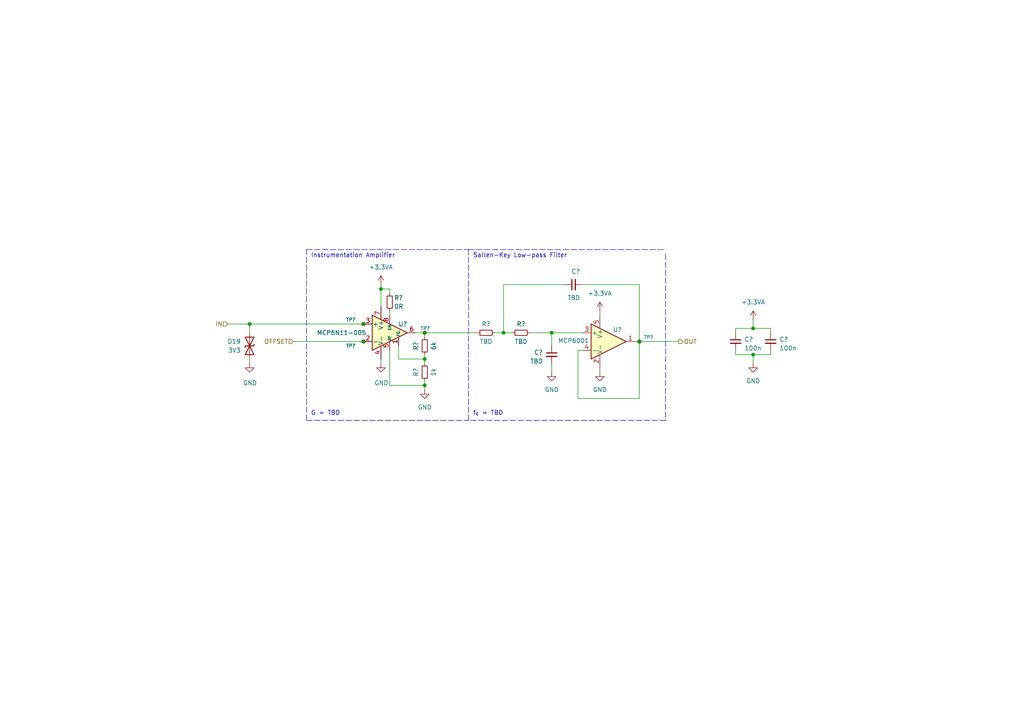
<source format=kicad_sch>
(kicad_sch (version 20230121) (generator eeschema)
  (paper "A4")
  (title_block (date "2023-07-01") (rev "${REVISION}") (company "Author: I. Kajdan") (comment 1 "Reviewer:"))
  (lib_symbols
    (symbol "Amplifier_Operational:MCP6001-OT" (pin_names (offset 0.127))
      (property "Reference" "U" (at -1.27 6.35 0))
      (property "Value" "MCP6001-OT" (at -1.27 3.81 0))
      (symbol "MCP6001-OT_0_1"
        (polyline (pts (xy -5.08 5.08) (xy 5.08 0) (xy -5.08 -5.08) (xy -5.08 5.08)) (stroke (width 0.254)) (fill (type background)))
        (pin power_in line (at -2.54 -7.62 90) (length 3.81) (name "V-") (number "2"))
        (pin power_in line (at -2.54 7.62 270) (length 3.81) (name "V+") (number "5"))
      )
      (symbol "MCP6001-OT_1_1"
        (pin output line (at 7.62 0 180) (length 2.54) (name "~") (number "1"))
        (pin input line (at -7.62 2.54 0) (length 2.54) (name "+") (number "3"))
        (pin input line (at -7.62 -2.54 0) (length 2.54) (name "-") (number "4"))
      )
    )
    (symbol "Connector:TestPoint_Small" (pin_numbers hide) (pin_names (offset 0.762) hide)
      (property "Reference" "TP" (at 0 3.81 0))
      (property "Value" "TestPoint_Small" (at 0 2.032 0))
      (symbol "TestPoint_Small_0_1"
        (circle (center 0 0) (radius 0.508))
      )
      (symbol "TestPoint_Small_1_1"
        (pin passive line (at 0 0 90) (length 0) (name "1") (number "1"))
      )
    )
    (symbol "Device:C_Small" (pin_numbers hide) (pin_names (offset 0.254) hide)
      (property "Reference" "C" (at 0.254 1.778 0))
      (property "Value" "C_Small" (at 0.254 -2.032 0))
      (symbol "C_Small_0_1"
        (polyline (pts (xy -1.524 -0.508) (xy 1.524 -0.508)) (stroke (width 0.3302)))
        (polyline (pts (xy -1.524 0.508) (xy 1.524 0.508)) (stroke (width 0.3048)))
      )
      (symbol "C_Small_1_1"
        (pin passive line (at 0 2.54 270) (length 2.032) (name "~") (number "1"))
        (pin passive line (at 0 -2.54 90) (length 2.032) (name "~") (number "2"))
      )
    )
    (symbol "Device:D_TVS" (pin_numbers hide) (pin_names (offset 1.016) hide)
      (property "Reference" "D" (at 0 2.54 0))
      (property "Value" "D_TVS" (at 0 -2.54 0))
      (symbol "D_TVS_0_1"
        (polyline (pts (xy 1.27 0) (xy -1.27 0)))
        (polyline (pts (xy 0.508 1.27) (xy 0 1.27) (xy 0 -1.27) (xy -0.508 -1.27)) (stroke (width 0.254)))
        (polyline (pts (xy -2.54 1.27) (xy -2.54 -1.27) (xy 2.54 1.27) (xy 2.54 -1.27) (xy -2.54 1.27)) (stroke (width 0.254)))
      )
      (symbol "D_TVS_1_1"
        (pin passive line (at -3.81 0 0) (length 2.54) (name "A1") (number "1"))
        (pin passive line (at 3.81 0 180) (length 2.54) (name "A2") (number "2"))
      )
    )
    (symbol "Device:R_Small" (pin_numbers hide) (pin_names (offset 0.254) hide)
      (property "Reference" "R" (at 0.762 0.508 0))
      (property "Value" "R_Small" (at 0.762 -1.016 0))
      (symbol "R_Small_0_1"
        (rectangle (start -0.762 1.778) (end 0.762 -1.778) (stroke (width 0.2032)))
      )
      (symbol "R_Small_1_1"
        (pin passive line (at 0 2.54 270) (length 0.762) (name "~") (number "1"))
        (pin passive line (at 0 -2.54 90) (length 0.762) (name "~") (number "2"))
      )
    )
    (symbol "MCP6N11:MCP6N11" (pin_names (offset 0.127))
      (property "Reference" "U" (at 3.81 6.35 0))
      (property "Value" "MCP6N11-xE" (at 3.81 3.81 0))
      (symbol "MCP6N11_0_1"
        (polyline (pts (xy -5.08 5.08) (xy 5.08 0) (xy -5.08 -5.08) (xy -5.08 5.08)) (stroke (width 0.254)) (fill (type background)))
      )
      (symbol "MCP6N11_1_1"
        (pin passive line (at 2.54 -3.81 90) (length 2.54) (name "FG") (number "1"))
        (pin input line (at -7.62 -2.54 0) (length 2.54) (name "-") (number "2"))
        (pin input line (at -7.62 2.54 0) (length 2.54) (name "+") (number "3"))
        (pin power_in line (at -2.54 -7.62 90) (length 3.81) (name "V-") (number "4"))
        (pin passive line (at 0 -5.08 90) (length 2.54) (name "RF") (number "5"))
        (pin output line (at 7.62 0 180) (length 2.54) (name "~") (number "6"))
        (pin power_in line (at -2.54 7.62 270) (length 3.81) (name "V+") (number "7"))
        (pin input line (at 0 5.08 270) (length 2.54) (name "EN") (number "8"))
        (pin passive line (at -2.54 -7.62 90) (length 3.81) hide (name "EP") (number "9"))
      )
    )
    (symbol "power:+3.3VA" (power) (pin_names (offset 0))
      (property "Value" "+3.3VA" (at 0 3.556 0))
      (symbol "+3.3VA_0_1"
        (polyline (pts (xy -0.762 1.27) (xy 0 2.54)))
        (polyline (pts (xy 0 0) (xy 0 2.54)))
        (polyline (pts (xy 0 2.54) (xy 0.762 1.27)))
      )
      (symbol "+3.3VA_1_1"
        (pin power_in line (at 0 0 90) (length 0) hide (name "+3.3VA") (number "1"))
      )
    )
    (symbol "power:GND" (power) (pin_names (offset 0))
      (property "Value" "GND" (at 0 -3.81 0))
      (symbol "GND_0_1"
        (polyline (pts (xy 0 0) (xy 0 -1.27) (xy 1.27 -1.27) (xy 0 -2.54) (xy -1.27 -1.27) (xy 0 -1.27)))
      )
      (symbol "GND_1_1"
        (pin power_in line (at 0 0 270) (length 0) hide (name "GND") (number "1"))
      )
    )
  )
  (junction (at 123.19 104.14))
  (junction (at 72.39 93.98))
  (junction (at 105.41 99.06))
  (junction (at 105.41 93.98))
  (junction (at 123.19 111.76))
  (junction (at 185.42 99.06))
  (junction (at 218.44 95.25))
  (junction (at 146.05 96.52))
  (junction (at 123.19 96.52))
  (junction (at 218.44 102.87))
  (junction (at 110.49 83.82))
  (junction (at 160.02 96.52))
  (wire (pts (xy 72.39 96.52) (xy 72.39 93.98)))
  (wire (pts (xy 173.99 107.95) (xy 173.99 106.68)))
  (polyline (pts (xy 135.89 121.92) (xy 135.89 72.39)) (stroke (width 0) (type dash)))
  (wire (pts (xy 185.42 99.06) (xy 196.85 99.06)))
  (wire (pts (xy 115.57 100.33) (xy 115.57 104.14)))
  (wire (pts (xy 167.64 115.57) (xy 185.42 115.57)))
  (wire (pts (xy 223.52 95.25) (xy 218.44 95.25)))
  (wire (pts (xy 185.42 115.57) (xy 185.42 99.06)))
  (wire (pts (xy 160.02 105.41) (xy 160.02 107.95)))
  (wire (pts (xy 146.05 82.55) (xy 146.05 96.52)))
  (wire (pts (xy 173.99 90.17) (xy 173.99 91.44)))
  (wire (pts (xy 218.44 95.25) (xy 218.44 92.71)))
  (wire (pts (xy 218.44 105.41) (xy 218.44 102.87)))
  (wire (pts (xy 123.19 96.52) (xy 138.43 96.52)))
  (wire (pts (xy 123.19 104.14) (xy 123.19 105.41)))
  (wire (pts (xy 213.36 95.25) (xy 218.44 95.25)))
  (wire (pts (xy 85.09 99.06) (xy 105.41 99.06)))
  (wire (pts (xy 72.39 93.98) (xy 105.41 93.98)))
  (wire (pts (xy 123.19 111.76) (xy 123.19 113.03)))
  (wire (pts (xy 213.36 95.25) (xy 213.36 96.52)))
  (wire (pts (xy 223.52 96.52) (xy 223.52 95.25)))
  (wire (pts (xy 110.49 83.82) (xy 110.49 88.9)))
  (wire (pts (xy 113.03 111.76) (xy 123.19 111.76)))
  (wire (pts (xy 120.65 96.52) (xy 123.19 96.52)))
  (wire (pts (xy 213.36 101.6) (xy 213.36 102.87)))
  (wire (pts (xy 143.51 96.52) (xy 146.05 96.52)))
  (wire (pts (xy 110.49 82.55) (xy 110.49 83.82)))
  (polyline (pts (xy 135.89 72.39) (xy 193.04 72.39)) (stroke (width 0) (type dash)))
  (polyline (pts (xy 193.04 121.92) (xy 135.89 121.92)) (stroke (width 0) (type dash)))
  (wire (pts (xy 223.52 101.6) (xy 223.52 102.87)))
  (polyline (pts (xy 88.9 121.92) (xy 135.89 121.92)) (stroke (width 0) (type dash)))
  (wire (pts (xy 153.67 96.52) (xy 160.02 96.52)))
  (wire (pts (xy 160.02 96.52) (xy 168.91 96.52)))
  (wire (pts (xy 115.57 104.14) (xy 123.19 104.14)))
  (wire (pts (xy 223.52 102.87) (xy 218.44 102.87)))
  (wire (pts (xy 66.04 93.98) (xy 72.39 93.98)))
  (wire (pts (xy 113.03 101.6) (xy 113.03 111.76)))
  (wire (pts (xy 168.91 101.6) (xy 167.64 101.6)))
  (wire (pts (xy 72.39 105.41) (xy 72.39 104.14)))
  (wire (pts (xy 110.49 83.82) (xy 113.03 83.82)))
  (wire (pts (xy 168.91 82.55) (xy 185.42 82.55)))
  (wire (pts (xy 146.05 82.55) (xy 163.83 82.55)))
  (polyline (pts (xy 88.9 72.39) (xy 135.89 72.39)) (stroke (width 0) (type dash)))
  (wire (pts (xy 123.19 110.49) (xy 123.19 111.76)))
  (polyline (pts (xy 88.9 121.92) (xy 88.9 72.39)) (stroke (width 0) (type dash)))
  (wire (pts (xy 146.05 96.52) (xy 148.59 96.52)))
  (wire (pts (xy 123.19 102.87) (xy 123.19 104.14)))
  (wire (pts (xy 185.42 99.06) (xy 184.15 99.06)))
  (wire (pts (xy 113.03 83.82) (xy 113.03 85.09)))
  (wire (pts (xy 123.19 96.52) (xy 123.19 97.79)))
  (wire (pts (xy 110.49 105.41) (xy 110.49 104.14)))
  (polyline (pts (xy 193.04 73.66) (xy 193.04 121.92)) (stroke (width 0) (type dash)))
  (wire (pts (xy 185.42 82.55) (xy 185.42 99.06)))
  (wire (pts (xy 113.03 90.17) (xy 113.03 91.44)))
  (wire (pts (xy 167.64 101.6) (xy 167.64 115.57)))
  (wire (pts (xy 160.02 96.52) (xy 160.02 100.33)))
  (wire (pts (xy 213.36 102.87) (xy 218.44 102.87)))
  (text "Sallen-Key Low-pass Filter" (at 137.16 74.93 0) (effects (font (size 1.27 1.27)) (justify left bottom)))
  (text "G = TBD" (at 90.17 120.65 0) (effects (font (size 1.27 1.27)) (justify left bottom)))
  (text "f_{c} = TBD" (at 137.16 120.65 0) (effects (font (size 1.27 1.27)) (justify left bottom)))
  (text "Instrumentation Amplifier" (at 90.17 74.93 0) (effects (font (size 1.27 1.27)) (justify left bottom)))
  (hierarchical_label "OFFSET" (shape input) (at 85.09 99.06 180))
  (hierarchical_label "OUT" (shape output) (at 196.85 99.06 0))
  (hierarchical_label "IN" (shape input) (at 66.04 93.98 180))
  (symbol (lib_id "Device:R_Small") (at 123.19 100.33 180) (unit 1)
    (property "Reference" "R?" (at 120.65 100.33 90))
    (property "Value" "6k" (at 125.73 100.33 90))
    (property "Footprint" "Resistor_SMD:R_0603_1608Metric" (effects hide))
    (instances (project "rearbox" (path "" (reference "R?") (unit 1)) (path "" (reference "R?") (unit 1)) (path "" (reference "R153") (unit 1)) (path "" (reference "R158") (unit 1)) (path "" (reference "R163") (unit 1)) (path "" (reference "R168") (unit 1))) (project "apps" (path "" (reference "R?") (unit 1))))
  )
  (symbol (lib_id "Connector:TestPoint_Small") (at 105.41 93.98 0) (unit 1)
    (property "Reference" "TP?" (at 100.33 92.71 0) (effects (font (size 1 1)) (justify left)))
    (property "Value" "TestPoint_Small" (effects hide))
    (property "Footprint" "TestPoint:TestPoint_Pad_D1.0mm" (effects hide))
    (instances (project "rearbox" (path "" (reference "TP?") (unit 1)) (path "" (reference "TP3") (unit 1)) (path "" (reference "TP1") (unit 1)) (path "" (reference "TP90") (unit 1)) (path "" (reference "TP94") (unit 1)) (path "" (reference "TP98") (unit 1)) (path "" (reference "TP102") (unit 1))))
  )
  (symbol (lib_id "power:+3.3VA") (at 110.49 82.55 0) (unit 1)
    (property "Reference" "#PWR?" (effects hide))
    (property "Value" "+3.3VA" (at 110.49 77.47 0))
    (instances (project "rearbox" (path "" (reference "#PWR?") (unit 1)) (path "" (reference "#PWR?") (unit 1)) (path "" (reference "#PWR?") (unit 1)) (path "" (reference "#PWR0191") (unit 1)) (path "" (reference "#PWR0200") (unit 1)) (path "" (reference "#PWR0209") (unit 1)) (path "" (reference "#PWR0218") (unit 1))))
  )
  (symbol (lib_id "Device:C_Small") (at 166.37 82.55 90) (unit 1)
    (property "Reference" "C?" (at 168.2813 78.74 90) (effects (justify left)))
    (property "Value" "TBD" (at 168.2813 86.36 90) (effects (justify left)))
    (property "Footprint" "Capacitor_SMD:C_0603_1608Metric" (effects hide))
    (instances (project "rearbox" (path "" (reference "C?") (unit 1)) (path "" (reference "C?") (unit 1)) (path "" (reference "C60") (unit 1)) (path "" (reference "C64") (unit 1)) (path "" (reference "C68") (unit 1)) (path "" (reference "C72") (unit 1))) (project "apps" (path "" (reference "C?") (unit 1))))
  )
  (symbol (lib_id "power:GND") (at 218.44 105.41 0) (unit 1)
    (property "Reference" "#PWR?" (effects hide))
    (property "Value" "GND" (at 218.44 110.49 0))
    (instances (project "rearbox" (path "" (reference "#PWR?") (unit 1)) (path "" (reference "#PWR?") (unit 1)) (path "" (reference "#PWR0198") (unit 1)) (path "" (reference "#PWR0207") (unit 1)) (path "" (reference "#PWR0216") (unit 1)) (path "" (reference "#PWR0225") (unit 1))) (project "apps" (path "" (reference "#PWR?") (unit 1))))
  )
  (symbol (lib_id "Device:C_Small") (at 213.36 99.06 0) (unit 1)
    (property "Reference" "C?" (at 215.9 98.4313 0) (effects (justify left)))
    (property "Value" "100n" (at 215.9 100.9713 0) (effects (justify left)))
    (property "Footprint" "Capacitor_SMD:C_0603_1608Metric" (effects hide))
    (instances (project "rearbox" (path "" (reference "C?") (unit 1)) (path "" (reference "C?") (unit 1)) (path "" (reference "C61") (unit 1)) (path "" (reference "C65") (unit 1)) (path "" (reference "C69") (unit 1)) (path "" (reference "C73") (unit 1))) (project "apps" (path "" (reference "C?") (unit 1))))
  )
  (symbol (lib_id "power:+3.3VA") (at 218.44 92.71 0) (unit 1)
    (property "Reference" "#PWR?" (effects hide))
    (property "Value" "+3.3VA" (at 218.44 87.63 0))
    (instances (project "rearbox" (path "" (reference "#PWR?") (unit 1)) (path "" (reference "#PWR?") (unit 1)) (path "" (reference "#PWR?") (unit 1)) (path "" (reference "#PWR0197") (unit 1)) (path "" (reference "#PWR0206") (unit 1)) (path "" (reference "#PWR0215") (unit 1)) (path "" (reference "#PWR0224") (unit 1))))
  )
  (symbol (lib_id "Device:C_Small") (at 223.52 99.06 0) (unit 1)
    (property "Reference" "C?" (at 226.06 98.4313 0) (effects (justify left)))
    (property "Value" "100n" (at 226.06 100.9713 0) (effects (justify left)))
    (property "Footprint" "Capacitor_SMD:C_0603_1608Metric" (effects hide))
    (instances (project "rearbox" (path "" (reference "C?") (unit 1)) (path "" (reference "C?") (unit 1)) (path "" (reference "C62") (unit 1)) (path "" (reference "C66") (unit 1)) (path "" (reference "C70") (unit 1)) (path "" (reference "C74") (unit 1))) (project "apps" (path "" (reference "C?") (unit 1))))
  )
  (symbol (lib_id "power:GND") (at 72.39 105.41 0) (unit 1)
    (property "Reference" "#PWR?" (effects hide))
    (property "Value" "GND" (at 72.517 111.0742 0))
    (instances (project "rearbox" (path "" (reference "#PWR?") (unit 1)) (path "" (reference "#PWR?") (unit 1)) (path "" (reference "#PWR0190") (unit 1)) (path "" (reference "#PWR0199") (unit 1)) (path "" (reference "#PWR0208") (unit 1)) (path "" (reference "#PWR0217") (unit 1))) (project "apps" (path "" (reference "#PWR?") (unit 1))))
  )
  (symbol (lib_id "Connector:TestPoint_Small") (at 185.42 99.06 0) (unit 1)
    (property "Reference" "TP?" (at 186.69 97.79 0) (effects (font (size 1 1)) (justify left)))
    (property "Value" "TestPoint_Small" (effects hide))
    (property "Footprint" "TestPoint:TestPoint_Pad_D1.0mm" (effects hide))
    (instances (project "rearbox" (path "" (reference "TP?") (unit 1)) (path "" (reference "TP3") (unit 1)) (path "" (reference "TP1") (unit 1)) (path "" (reference "TP93") (unit 1)) (path "" (reference "TP97") (unit 1)) (path "" (reference "TP101") (unit 1)) (path "" (reference "TP105") (unit 1))))
  )
  (symbol (lib_id "power:+3.3VA") (at 173.99 90.17 0) (unit 1)
    (property "Reference" "#PWR?" (effects hide))
    (property "Value" "+3.3VA" (at 173.99 85.09 0))
    (instances (project "rearbox" (path "" (reference "#PWR?") (unit 1)) (path "" (reference "#PWR?") (unit 1)) (path "" (reference "#PWR?") (unit 1)) (path "" (reference "#PWR0195") (unit 1)) (path "" (reference "#PWR0204") (unit 1)) (path "" (reference "#PWR0213") (unit 1)) (path "" (reference "#PWR0222") (unit 1))))
  )
  (symbol (lib_id "power:GND") (at 160.02 107.95 0) (unit 1)
    (property "Reference" "#PWR?" (effects hide))
    (property "Value" "GND" (at 160.02 113.03 0))
    (instances (project "rearbox" (path "" (reference "#PWR?") (unit 1)) (path "" (reference "#PWR?") (unit 1)) (path "" (reference "#PWR0194") (unit 1)) (path "" (reference "#PWR0203") (unit 1)) (path "" (reference "#PWR0212") (unit 1)) (path "" (reference "#PWR0221") (unit 1))) (project "apps" (path "" (reference "#PWR?") (unit 1))))
  )
  (symbol (lib_id "Device:C_Small") (at 160.02 102.87 0) (mirror y) (unit 1)
    (property "Reference" "C?" (at 157.48 102.2413 0) (effects (justify left)))
    (property "Value" "TBD" (at 157.48 104.7813 0) (effects (justify left)))
    (property "Footprint" "Capacitor_SMD:C_0603_1608Metric" (effects hide))
    (instances (project "rearbox" (path "" (reference "C?") (unit 1)) (path "" (reference "C?") (unit 1)) (path "" (reference "C59") (unit 1)) (path "" (reference "C63") (unit 1)) (path "" (reference "C67") (unit 1)) (path "" (reference "C71") (unit 1))) (project "apps" (path "" (reference "C?") (unit 1))))
  )
  (symbol (lib_id "MCP6N11:MCP6N11") (at 113.03 96.52 0) (unit 1)
    (property "Reference" "U?" (at 116.84 93.98 0))
    (property "Value" "MCP6N11-005\n" (at 99.06 96.52 0))
    (property "Footprint" "Package_DFN_QFN:TDFN-8-1EP_3x2mm_P0.5mm_EP1.80x1.65mm" (effects hide))
    (property "Datasheet" "https://ww1.microchip.com/downloads/en/DeviceDoc/25073A.pdf" (effects hide))
    (instances (project "rearbox" (path "" (reference "U?") (unit 1)) (path "" (reference "U?") (unit 1)) (path "" (reference "U21") (unit 1)) (path "" (reference "U23") (unit 1)) (path "" (reference "U25") (unit 1)) (path "" (reference "U27") (unit 1))) (project "apps" (path "" (reference "U?") (unit 1))))
  )
  (symbol (lib_id "power:GND") (at 173.99 107.95 0) (unit 1)
    (property "Reference" "#PWR?" (effects hide))
    (property "Value" "GND" (at 173.99 113.03 0))
    (instances (project "rearbox" (path "" (reference "#PWR?") (unit 1)) (path "" (reference "#PWR?") (unit 1)) (path "" (reference "#PWR0196") (unit 1)) (path "" (reference "#PWR0205") (unit 1)) (path "" (reference "#PWR0214") (unit 1)) (path "" (reference "#PWR0223") (unit 1))) (project "apps" (path "" (reference "#PWR?") (unit 1))))
  )
  (symbol (lib_id "Device:R_Small") (at 140.97 96.52 90) (unit 1)
    (property "Reference" "R?" (at 140.97 93.98 90))
    (property "Value" "TBD" (at 140.97 99.06 90))
    (property "Footprint" "Resistor_SMD:R_0603_1608Metric" (effects hide))
    (instances (project "rearbox" (path "" (reference "R?") (unit 1)) (path "" (reference "R?") (unit 1)) (path "" (reference "R155") (unit 1)) (path "" (reference "R160") (unit 1)) (path "" (reference "R165") (unit 1)) (path "" (reference "R170") (unit 1))) (project "apps" (path "" (reference "R?") (unit 1))))
  )
  (symbol (lib_id "power:GND") (at 110.49 105.41 0) (unit 1)
    (property "Reference" "#PWR?" (effects hide))
    (property "Value" "GND" (at 110.617 111.0742 0))
    (instances (project "rearbox" (path "" (reference "#PWR?") (unit 1)) (path "" (reference "#PWR?") (unit 1)) (path "" (reference "#PWR0192") (unit 1)) (path "" (reference "#PWR0201") (unit 1)) (path "" (reference "#PWR0210") (unit 1)) (path "" (reference "#PWR0219") (unit 1))) (project "apps" (path "" (reference "#PWR?") (unit 1))))
  )
  (symbol (lib_id "Amplifier_Operational:MCP6001-OT") (at 176.53 99.06 0) (unit 1)
    (property "Reference" "U?" (at 179.07 95.6311 0))
    (property "Value" "MCP6001" (at 166.37 98.79 0))
    (property "Footprint" "Package_TO_SOT_SMD:SOT-23-5" (effects hide))
    (property "Datasheet" "https://ww1.microchip.com/downloads/en/DeviceDoc/MCP6001-1R-1U-2-4-1-MHz-Low-Power-Op-Amp-DS20001733L.pdf" (effects hide))
    (instances (project "rearbox" (path "" (reference "U?") (unit 1)) (path "" (reference "U?") (unit 1)) (path "" (reference "U22") (unit 1)) (path "" (reference "U24") (unit 1)) (path "" (reference "U26") (unit 1)) (path "" (reference "U28") (unit 1))) (project "apps" (path "" (reference "U?") (unit 1))))
  )
  (symbol (lib_id "power:GND") (at 123.19 113.03 0) (unit 1)
    (property "Reference" "#PWR?" (effects hide))
    (property "Value" "GND" (at 123.19 118.11 0))
    (instances (project "rearbox" (path "" (reference "#PWR?") (unit 1)) (path "" (reference "#PWR?") (unit 1)) (path "" (reference "#PWR0193") (unit 1)) (path "" (reference "#PWR0202") (unit 1)) (path "" (reference "#PWR0211") (unit 1)) (path "" (reference "#PWR0220") (unit 1))) (project "apps" (path "" (reference "#PWR?") (unit 1))))
  )
  (symbol (lib_id "Device:R_Small") (at 123.19 107.95 180) (unit 1)
    (property "Reference" "R?" (at 120.65 107.95 90))
    (property "Value" "1k" (at 125.73 107.95 90))
    (property "Footprint" "Resistor_SMD:R_0603_1608Metric" (effects hide))
    (instances (project "rearbox" (path "" (reference "R?") (unit 1)) (path "" (reference "R?") (unit 1)) (path "" (reference "R154") (unit 1)) (path "" (reference "R159") (unit 1)) (path "" (reference "R164") (unit 1)) (path "" (reference "R169") (unit 1))) (project "apps" (path "" (reference "R?") (unit 1))))
  )
  (symbol (lib_id "Device:R_Small") (at 151.13 96.52 90) (unit 1)
    (property "Reference" "R?" (at 151.13 93.98 90))
    (property "Value" "TBD" (at 151.13 99.06 90))
    (property "Footprint" "Resistor_SMD:R_0603_1608Metric" (effects hide))
    (instances (project "rearbox" (path "" (reference "R?") (unit 1)) (path "" (reference "R?") (unit 1)) (path "" (reference "R156") (unit 1)) (path "" (reference "R161") (unit 1)) (path "" (reference "R166") (unit 1)) (path "" (reference "R171") (unit 1))) (project "apps" (path "" (reference "R?") (unit 1))))
  )
  (symbol (lib_id "Connector:TestPoint_Small") (at 105.41 99.06 0) (mirror x) (unit 1)
    (property "Reference" "TP?" (at 100.33 100.33 0) (effects (font (size 1 1)) (justify left)))
    (property "Value" "TestPoint_Small" (effects hide))
    (property "Footprint" "TestPoint:TestPoint_Pad_D1.0mm" (effects hide))
    (instances (project "rearbox" (path "" (reference "TP?") (unit 1)) (path "" (reference "TP3") (unit 1)) (path "" (reference "TP1") (unit 1)) (path "" (reference "TP91") (unit 1)) (path "" (reference "TP95") (unit 1)) (path "" (reference "TP99") (unit 1)) (path "" (reference "TP103") (unit 1))))
  )
  (symbol (lib_id "Device:D_TVS") (at 72.39 100.33 270) (mirror x) (unit 1)
    (property "Reference" "D19" (at 69.85 99.06 90) (effects (justify right)))
    (property "Value" "3V3" (at 69.85 101.6 90) (effects (justify right)))
    (instances (project "rearbox" (path "" (reference "D19") (unit 1)) (path "" (reference "D18") (unit 1)) (path "" (reference "D20") (unit 1)) (path "" (reference "D21") (unit 1))))
  )
  (symbol (lib_id "Connector:TestPoint_Small") (at 123.19 96.52 0) (unit 1)
    (property "Reference" "TP?" (at 121.92 95.25 0) (effects (font (size 1 1)) (justify left)))
    (property "Value" "TestPoint_Small" (effects hide))
    (property "Footprint" "TestPoint:TestPoint_Pad_D1.0mm" (effects hide))
    (instances (project "rearbox" (path "" (reference "TP?") (unit 1)) (path "" (reference "TP3") (unit 1)) (path "" (reference "TP1") (unit 1)) (path "" (reference "TP92") (unit 1)) (path "" (reference "TP96") (unit 1)) (path "" (reference "TP100") (unit 1)) (path "" (reference "TP104") (unit 1))))
  )
  (symbol (lib_id "Device:R_Small") (at 113.03 87.63 180) (unit 1)
    (property "Reference" "R?" (at 114.3 86.36 0) (effects (justify right)))
    (property "Value" "0R" (at 114.3 88.9 0) (effects (justify right)))
    (property "Footprint" "Resistor_SMD:R_0603_1608Metric" (effects hide))
    (instances (project "rearbox" (path "" (reference "R?") (unit 1)) (path "" (reference "R?") (unit 1)) (path "" (reference "R152") (unit 1)) (path "" (reference "R157") (unit 1)) (path "" (reference "R162") (unit 1)) (path "" (reference "R167") (unit 1))) (project "apps" (path "" (reference "R?") (unit 1))))
  )
)
</source>
